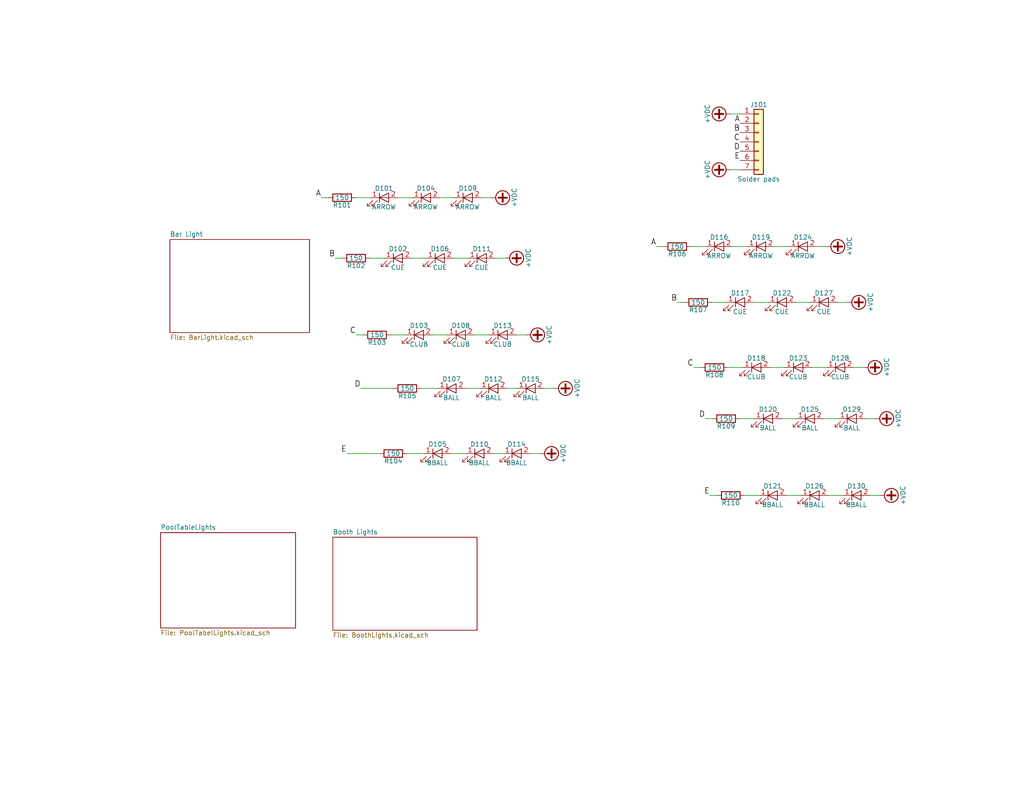
<source format=kicad_sch>
(kicad_sch (version 20211123) (generator eeschema)
  (paper "USLetter")
  (title_block (title "Eight Ball Club Lighting") (rev "Rev A.") (company "The Country Robot") (comment 1 "Sign"))
  (lib_symbols
    (symbol "8BallLEDPCB-rescue:+VDC" (power) (pin_names (offset 0))
      (property "Value" "+VDC" (at 0 6.35 0))
      (symbol "+VDC_0_1"
        (polyline (pts (xy -1.143 3.175) (xy 1.143 3.175)) (stroke (width 0.508)))
        (polyline (pts (xy 0 0) (xy 0 1.27)))
        (polyline (pts (xy 0 2.032) (xy 0 4.318)) (stroke (width 0.508)))
        (circle (center 0 3.175) (radius 1.905) (stroke (width 0.254)))
      )
      (symbol "+VDC_1_1"
        (pin power_in line (at 0 0 90) (length 0) hide (name "+VDC") (number "1"))
      )
    )
    (symbol "8BallLEDPCB-rescue:Conn_01x07" (pin_names (offset 1.016) hide)
      (property "Reference" "J" (at 0 10.16 0))
      (property "Value" "Conn_01x07" (at 0 -10.16 0))
      (symbol "Conn_01x07_1_1"
        (rectangle (start -1.27 -7.493) (end 0 -7.747) (stroke (width 0.1524)))
        (rectangle (start -1.27 -4.953) (end 0 -5.207) (stroke (width 0.1524)))
        (rectangle (start -1.27 -2.413) (end 0 -2.667) (stroke (width 0.1524)))
        (rectangle (start -1.27 0.127) (end 0 -0.127) (stroke (width 0.1524)))
        (rectangle (start -1.27 2.667) (end 0 2.413) (stroke (width 0.1524)))
        (rectangle (start -1.27 5.207) (end 0 4.953) (stroke (width 0.1524)))
        (rectangle (start -1.27 7.747) (end 0 7.493) (stroke (width 0.1524)))
        (rectangle (start -1.27 8.89) (end 1.27 -8.89) (stroke (width 0.254)) (fill (type background)))
        (pin passive line (at -5.08 7.62 0) (length 3.81) (name "Pin_1") (number "1"))
        (pin passive line (at -5.08 5.08 0) (length 3.81) (name "Pin_2") (number "2"))
        (pin passive line (at -5.08 2.54 0) (length 3.81) (name "Pin_3") (number "3"))
        (pin passive line (at -5.08 0 0) (length 3.81) (name "Pin_4") (number "4"))
        (pin passive line (at -5.08 -2.54 0) (length 3.81) (name "Pin_5") (number "5"))
        (pin passive line (at -5.08 -5.08 0) (length 3.81) (name "Pin_6") (number "6"))
        (pin passive line (at -5.08 -7.62 0) (length 3.81) (name "Pin_7") (number "7"))
      )
    )
    (symbol "8BallLEDPCB-rescue:LED" (pin_names (offset 1.016) hide)
      (property "Reference" "D" (at 0 2.54 0))
      (property "Value" "LED" (at 0 -2.54 0))
      (symbol "LED_0_1"
        (polyline (pts (xy -1.27 -1.27) (xy -1.27 1.27)) (stroke (width 0.2032)))
        (polyline (pts (xy -1.27 0) (xy 1.27 0)))
        (polyline (pts (xy 1.27 -1.27) (xy 1.27 1.27) (xy -1.27 0) (xy 1.27 -1.27)) (stroke (width 0.2032)))
        (polyline (pts (xy -3.048 -0.762) (xy -4.572 -2.286) (xy -3.81 -2.286) (xy -4.572 -2.286) (xy -4.572 -1.524)))
        (polyline (pts (xy -1.778 -0.762) (xy -3.302 -2.286) (xy -2.54 -2.286) (xy -3.302 -2.286) (xy -3.302 -1.524)))
      )
      (symbol "LED_1_1"
        (pin passive line (at -3.81 0 0) (length 2.54) (name "K") (number "1"))
        (pin passive line (at 3.81 0 180) (length 2.54) (name "A") (number "2"))
      )
    )
    (symbol "8BallLEDPCB-rescue:R" (pin_numbers hide) (pin_names (offset 0))
      (property "Reference" "R" (at 2.032 0 90))
      (property "Value" "R" (at 0 0 90))
      (symbol "R_0_1"
        (rectangle (start -1.016 -2.54) (end 1.016 2.54) (stroke (width 0.254)))
      )
      (symbol "R_1_1"
        (pin passive line (at 0 3.81 270) (length 1.27) (name "~") (number "1"))
        (pin passive line (at 0 -3.81 90) (length 1.27) (name "~") (number "2"))
      )
    )
  )
  (wire (pts (xy 97.155 53.975) (xy 100.965 53.975)))
  (wire (pts (xy 148.59 106.045) (xy 151.13 106.045)))
  (wire (pts (xy 123.825 70.485) (xy 127.635 70.485)))
  (wire (pts (xy 199.39 31.115) (xy 201.93 31.115)))
  (wire (pts (xy 198.755 100.33) (xy 202.565 100.33)))
  (wire (pts (xy 194.31 82.55) (xy 198.12 82.55)))
  (wire (pts (xy 211.455 67.31) (xy 215.265 67.31)))
  (wire (pts (xy 228.6 82.55) (xy 231.14 82.55)))
  (wire (pts (xy 120.015 53.975) (xy 123.825 53.975)))
  (wire (pts (xy 131.445 53.975) (xy 133.985 53.975)))
  (wire (pts (xy 237.49 135.255) (xy 240.03 135.255)))
  (wire (pts (xy 192.405 114.3) (xy 194.31 114.3)))
  (wire (pts (xy 114.935 106.045) (xy 119.38 106.045)))
  (wire (pts (xy 236.22 114.3) (xy 238.76 114.3)))
  (wire (pts (xy 87.63 53.975) (xy 89.535 53.975)))
  (wire (pts (xy 179.07 67.31) (xy 180.975 67.31)))
  (wire (pts (xy 224.79 114.3) (xy 228.6 114.3)))
  (wire (pts (xy 106.68 91.44) (xy 110.49 91.44)))
  (wire (pts (xy 97.155 91.44) (xy 99.06 91.44)))
  (wire (pts (xy 123.19 123.825) (xy 127 123.825)))
  (wire (pts (xy 203.2 135.255) (xy 207.01 135.255)))
  (wire (pts (xy 98.425 106.045) (xy 107.315 106.045)))
  (wire (pts (xy 189.23 100.33) (xy 191.135 100.33)))
  (wire (pts (xy 100.965 70.485) (xy 104.775 70.485)))
  (wire (pts (xy 140.97 91.44) (xy 143.51 91.44)))
  (wire (pts (xy 214.63 135.255) (xy 218.44 135.255)))
  (wire (pts (xy 205.74 82.55) (xy 209.55 82.55)))
  (wire (pts (xy 135.255 70.485) (xy 137.795 70.485)))
  (wire (pts (xy 129.54 91.44) (xy 133.35 91.44)))
  (wire (pts (xy 108.585 53.975) (xy 112.395 53.975)))
  (wire (pts (xy 188.595 67.31) (xy 192.405 67.31)))
  (wire (pts (xy 91.44 70.485) (xy 93.345 70.485)))
  (wire (pts (xy 226.06 135.255) (xy 229.87 135.255)))
  (wire (pts (xy 111.125 123.825) (xy 115.57 123.825)))
  (wire (pts (xy 222.885 67.31) (xy 225.425 67.31)))
  (wire (pts (xy 200.025 67.31) (xy 203.835 67.31)))
  (wire (pts (xy 134.62 123.825) (xy 137.16 123.825)))
  (wire (pts (xy 127 106.045) (xy 130.81 106.045)))
  (wire (pts (xy 94.615 123.825) (xy 103.505 123.825)))
  (wire (pts (xy 144.78 123.825) (xy 147.32 123.825)))
  (wire (pts (xy 201.93 114.3) (xy 205.74 114.3)))
  (wire (pts (xy 221.615 100.33) (xy 225.425 100.33)))
  (wire (pts (xy 118.11 91.44) (xy 121.92 91.44)))
  (wire (pts (xy 233.045 100.33) (xy 235.585 100.33)))
  (wire (pts (xy 210.185 100.33) (xy 213.995 100.33)))
  (wire (pts (xy 217.17 82.55) (xy 220.98 82.55)))
  (wire (pts (xy 112.395 70.485) (xy 116.205 70.485)))
  (wire (pts (xy 213.36 114.3) (xy 217.17 114.3)))
  (wire (pts (xy 138.43 106.045) (xy 140.97 106.045)))
  (wire (pts (xy 201.93 46.355) (xy 199.39 46.355)))
  (wire (pts (xy 184.785 82.55) (xy 186.69 82.55)))
  (wire (pts (xy 193.675 135.255) (xy 195.58 135.255)))
  (label "A" (at 87.63 53.975 180) (effects (font (size 1.524 1.524))))
  (label "D" (at 98.425 106.045 180) (effects (font (size 1.524 1.524))))
  (label "A" (at 201.93 33.655 180) (effects (font (size 1.524 1.524))))
  (label "C" (at 189.23 100.33 180) (effects (font (size 1.524 1.524))))
  (label "A" (at 179.07 67.31 180) (effects (font (size 1.524 1.524))))
  (label "E" (at 193.675 135.255 180) (effects (font (size 1.524 1.524))))
  (label "D" (at 201.93 41.275 180) (effects (font (size 1.524 1.524))))
  (label "E" (at 201.93 43.815 180) (effects (font (size 1.524 1.524))))
  (label "D" (at 192.405 114.3 180) (effects (font (size 1.524 1.524))))
  (label "E" (at 94.615 123.825 180) (effects (font (size 1.524 1.524))))
  (label "B" (at 184.785 82.55 180) (effects (font (size 1.524 1.524))))
  (label "C" (at 201.93 38.735 180) (effects (font (size 1.524 1.524))))
  (label "B" (at 91.44 70.485 180) (effects (font (size 1.524 1.524))))
  (label "C" (at 97.155 91.44 180) (effects (font (size 1.524 1.524))))
  (label "B" (at 201.93 36.195 180) (effects (font (size 1.524 1.524))))
  (symbol (lib_id "8BallLEDPCB-rescue:Conn_01x07") (at 207.01 38.735 0) (unit 1)
    (property "Reference" "J101" (at 207.01 28.575 0))
    (property "Value" "Solder pads" (at 207.01 48.895 0))
    (property "Footprint" "SolderPads:PowerPlus5X2" (effects hide))
  )
  (symbol (lib_id "8BallLEDPCB-rescue:+VDC") (at 199.39 31.115 90) (unit 1)
    (property "Reference" "#PWR0106" (effects hide))
    (property "Value" "+VDC" (at 193.04 31.115 0))
  )
  (symbol (lib_id "8BallLEDPCB-rescue:R") (at 111.125 106.045 270) (unit 1)
    (property "Reference" "R105" (at 111.125 108.077 90))
    (property "Value" "150" (at 111.125 106.045 90))
    (property "Footprint" "Resistor_SMD:R_0603_1608Metric" (effects hide))
    (property "Mouser Part Number" "603-RT0603FRE13150RL" (effects hide))
  )
  (symbol (lib_id "8BallLEDPCB-rescue:LED") (at 123.19 106.045 0) (unit 1)
    (property "Reference" "D107" (at 123.19 103.505 0))
    (property "Value" "BALL" (at 123.19 108.585 0))
    (property "Footprint" "LED_SMD:LED_1206_3216Metric" (effects hide))
    (property "Mouser Part Number" "743-S126AT5UW" (effects hide))
  )
  (symbol (lib_id "8BallLEDPCB-rescue:LED") (at 134.62 106.045 0) (unit 1)
    (property "Reference" "D112" (at 134.62 103.505 0))
    (property "Value" "BALL" (at 134.62 108.585 0))
    (property "Footprint" "LED_SMD:LED_1206_3216Metric" (effects hide))
    (property "Mouser Part Number" "743-S126AT5UW" (effects hide))
  )
  (symbol (lib_id "8BallLEDPCB-rescue:LED") (at 144.78 106.045 0) (unit 1)
    (property "Reference" "D115" (at 144.78 103.505 0))
    (property "Value" "BALL" (at 144.78 108.585 0))
    (property "Footprint" "LED_SMD:LED_1206_3216Metric" (effects hide))
    (property "Mouser Part Number" "743-S126AT5UW" (effects hide))
  )
  (symbol (lib_id "8BallLEDPCB-rescue:+VDC") (at 151.13 106.045 270) (unit 1)
    (property "Reference" "#PWR0105" (effects hide))
    (property "Value" "+VDC" (at 157.48 106.045 0))
  )
  (symbol (lib_id "8BallLEDPCB-rescue:R") (at 198.12 114.3 270) (unit 1)
    (property "Reference" "R109" (at 198.12 116.332 90))
    (property "Value" "150" (at 198.12 114.3 90))
    (property "Footprint" "Resistor_SMD:R_0603_1608Metric" (effects hide))
    (property "Mouser Part Number" "603-RT0603FRE13150RL" (effects hide))
  )
  (symbol (lib_id "8BallLEDPCB-rescue:LED") (at 209.55 114.3 0) (unit 1)
    (property "Reference" "D120" (at 209.55 111.76 0))
    (property "Value" "BALL" (at 209.55 116.84 0))
    (property "Footprint" "LED_SMD:LED_1206_3216Metric" (effects hide))
    (property "Mouser Part Number" "743-S126AT5UW" (effects hide))
  )
  (symbol (lib_id "8BallLEDPCB-rescue:LED") (at 220.98 114.3 0) (unit 1)
    (property "Reference" "D125" (at 220.98 111.76 0))
    (property "Value" "BALL" (at 220.98 116.84 0))
    (property "Footprint" "LED_SMD:LED_1206_3216Metric" (effects hide))
    (property "Mouser Part Number" "743-S126AT5UW" (effects hide))
  )
  (symbol (lib_id "8BallLEDPCB-rescue:LED") (at 232.41 114.3 0) (unit 1)
    (property "Reference" "D129" (at 232.41 111.76 0))
    (property "Value" "BALL" (at 232.41 116.84 0))
    (property "Footprint" "LED_SMD:LED_1206_3216Metric" (effects hide))
    (property "Mouser Part Number" "743-S126AT5UW" (effects hide))
  )
  (symbol (lib_id "8BallLEDPCB-rescue:+VDC") (at 238.76 114.3 270) (unit 1)
    (property "Reference" "#PWR0111" (effects hide))
    (property "Value" "+VDC" (at 245.11 114.3 0))
  )
  (symbol (lib_id "8BallLEDPCB-rescue:R") (at 199.39 135.255 270) (unit 1)
    (property "Reference" "R110" (at 199.39 137.287 90))
    (property "Value" "150" (at 199.39 135.255 90))
    (property "Footprint" "Resistor_SMD:R_0603_1608Metric" (effects hide))
    (property "Mouser Part Number" "603-RT0603FRE13150RL" (effects hide))
  )
  (symbol (lib_id "8BallLEDPCB-rescue:LED") (at 210.82 135.255 0) (unit 1)
    (property "Reference" "D121" (at 210.82 132.715 0))
    (property "Value" "8BALL" (at 210.82 137.795 0))
    (property "Footprint" "LED_SMD:LED_1206_3216Metric" (effects hide))
    (property "Mouser Part Number" "743-S126AT5UW" (effects hide))
  )
  (symbol (lib_id "8BallLEDPCB-rescue:LED") (at 222.25 135.255 0) (unit 1)
    (property "Reference" "D126" (at 222.25 132.715 0))
    (property "Value" "8BALL" (at 222.25 137.795 0))
    (property "Footprint" "LED_SMD:LED_1206_3216Metric" (effects hide))
    (property "Mouser Part Number" "743-S126AT5UW" (effects hide))
  )
  (symbol (lib_id "8BallLEDPCB-rescue:LED") (at 233.68 135.255 0) (unit 1)
    (property "Reference" "D130" (at 233.68 132.715 0))
    (property "Value" "8BALL" (at 233.68 137.795 0))
    (property "Footprint" "LED_SMD:LED_1206_3216Metric" (effects hide))
    (property "Mouser Part Number" "743-S126AT5UW" (effects hide))
  )
  (symbol (lib_id "8BallLEDPCB-rescue:+VDC") (at 240.03 135.255 270) (unit 1)
    (property "Reference" "#PWR0112" (effects hide))
    (property "Value" "+VDC" (at 246.38 135.255 0))
  )
  (symbol (lib_id "8BallLEDPCB-rescue:R") (at 107.315 123.825 270) (unit 1)
    (property "Reference" "R104" (at 107.315 125.857 90))
    (property "Value" "150" (at 107.315 123.825 90))
    (property "Footprint" "Resistor_SMD:R_0603_1608Metric" (effects hide))
    (property "Mouser Part Number" "603-RT0603FRE13150RL" (effects hide))
  )
  (symbol (lib_id "8BallLEDPCB-rescue:LED") (at 119.38 123.825 0) (unit 1)
    (property "Reference" "D105" (at 119.38 121.285 0))
    (property "Value" "8BALL" (at 119.38 126.365 0))
    (property "Footprint" "LED_SMD:LED_1206_3216Metric" (effects hide))
    (property "Mouser Part Number" "743-S126AT5UW" (effects hide))
  )
  (symbol (lib_id "8BallLEDPCB-rescue:LED") (at 130.81 123.825 0) (unit 1)
    (property "Reference" "D110" (at 130.81 121.285 0))
    (property "Value" "8BALL" (at 130.81 126.365 0))
    (property "Footprint" "LED_SMD:LED_1206_3216Metric" (effects hide))
    (property "Mouser Part Number" "743-S126AT5UW" (effects hide))
  )
  (symbol (lib_id "8BallLEDPCB-rescue:LED") (at 140.97 123.825 0) (unit 1)
    (property "Reference" "D114" (at 140.97 121.285 0))
    (property "Value" "8BALL" (at 140.97 126.365 0))
    (property "Footprint" "LED_SMD:LED_1206_3216Metric" (effects hide))
    (property "Mouser Part Number" "743-S126AT5UW" (effects hide))
  )
  (symbol (lib_id "8BallLEDPCB-rescue:+VDC") (at 147.32 123.825 270) (unit 1)
    (property "Reference" "#PWR0104" (effects hide))
    (property "Value" "+VDC" (at 153.67 123.825 0))
  )
  (symbol (lib_id "8BallLEDPCB-rescue:R") (at 194.945 100.33 270) (unit 1)
    (property "Reference" "R108" (at 194.945 102.362 90))
    (property "Value" "150" (at 194.945 100.33 90))
    (property "Footprint" "Resistor_SMD:R_0603_1608Metric" (effects hide))
    (property "Mouser Part Number" "603-RT0603FRE13150RL" (effects hide))
  )
  (symbol (lib_id "8BallLEDPCB-rescue:LED") (at 206.375 100.33 0) (unit 1)
    (property "Reference" "D118" (at 206.375 97.79 0))
    (property "Value" "CLUB" (at 206.375 102.87 0))
    (property "Footprint" "LED_SMD:LED_1206_3216Metric" (effects hide))
    (property "Mouser Part Number" "743-S126AT5UW" (effects hide))
  )
  (symbol (lib_id "8BallLEDPCB-rescue:LED") (at 217.805 100.33 0) (unit 1)
    (property "Reference" "D123" (at 217.805 97.79 0))
    (property "Value" "CLUB" (at 217.805 102.87 0))
    (property "Footprint" "LED_SMD:LED_1206_3216Metric" (effects hide))
    (property "Mouser Part Number" "743-S126AT5UW" (effects hide))
  )
  (symbol (lib_id "8BallLEDPCB-rescue:LED") (at 229.235 100.33 0) (unit 1)
    (property "Reference" "D128" (at 229.235 97.79 0))
    (property "Value" "CLUB" (at 229.235 102.87 0))
    (property "Footprint" "LED_SMD:LED_1206_3216Metric" (effects hide))
    (property "Mouser Part Number" "743-S126AT5UW" (effects hide))
  )
  (symbol (lib_id "8BallLEDPCB-rescue:+VDC") (at 235.585 100.33 270) (unit 1)
    (property "Reference" "#PWR0110" (effects hide))
    (property "Value" "+VDC" (at 241.935 100.33 0))
  )
  (symbol (lib_id "8BallLEDPCB-rescue:R") (at 102.87 91.44 270) (unit 1)
    (property "Reference" "R103" (at 102.87 93.472 90))
    (property "Value" "150" (at 102.87 91.44 90))
    (property "Footprint" "Resistor_SMD:R_0603_1608Metric" (effects hide))
    (property "Mouser Part Number" "603-RT0603FRE13150RL" (effects hide))
  )
  (symbol (lib_id "8BallLEDPCB-rescue:LED") (at 114.3 91.44 0) (unit 1)
    (property "Reference" "D103" (at 114.3 88.9 0))
    (property "Value" "CLUB" (at 114.3 93.98 0))
    (property "Footprint" "LED_SMD:LED_1206_3216Metric" (effects hide))
    (property "Mouser Part Number" "743-S126AT5UW" (effects hide))
  )
  (symbol (lib_id "8BallLEDPCB-rescue:LED") (at 125.73 91.44 0) (unit 1)
    (property "Reference" "D108" (at 125.73 88.9 0))
    (property "Value" "CLUB" (at 125.73 93.98 0))
    (property "Footprint" "LED_SMD:LED_1206_3216Metric" (effects hide))
    (property "Mouser Part Number" "743-S126AT5UW" (effects hide))
  )
  (symbol (lib_id "8BallLEDPCB-rescue:LED") (at 137.16 91.44 0) (unit 1)
    (property "Reference" "D113" (at 137.16 88.9 0))
    (property "Value" "CLUB" (at 137.16 93.98 0))
    (property "Footprint" "LED_SMD:LED_1206_3216Metric" (effects hide))
    (property "Mouser Part Number" "743-S126AT5UW" (effects hide))
  )
  (symbol (lib_id "8BallLEDPCB-rescue:+VDC") (at 143.51 91.44 270) (unit 1)
    (property "Reference" "#PWR0103" (effects hide))
    (property "Value" "+VDC" (at 149.86 91.44 0))
  )
  (symbol (lib_id "8BallLEDPCB-rescue:R") (at 97.155 70.485 270) (unit 1)
    (property "Reference" "R102" (at 97.155 72.517 90))
    (property "Value" "150" (at 97.155 70.485 90))
    (property "Footprint" "Resistor_SMD:R_0603_1608Metric" (effects hide))
    (property "Mouser Part Number" "603-RT0603FRE13150RL" (effects hide))
  )
  (symbol (lib_id "8BallLEDPCB-rescue:LED") (at 108.585 70.485 0) (unit 1)
    (property "Reference" "D102" (at 108.585 67.945 0))
    (property "Value" "CUE" (at 108.585 73.025 0))
    (property "Footprint" "LED_SMD:LED_1206_3216Metric" (effects hide))
    (property "Mouser Part Number" "743-S126AT5UW" (effects hide))
  )
  (symbol (lib_id "8BallLEDPCB-rescue:LED") (at 120.015 70.485 0) (unit 1)
    (property "Reference" "D106" (at 120.015 67.945 0))
    (property "Value" "CUE" (at 120.015 73.025 0))
    (property "Footprint" "LED_SMD:LED_1206_3216Metric" (effects hide))
    (property "Mouser Part Number" "743-S126AT5UW" (effects hide))
  )
  (symbol (lib_id "8BallLEDPCB-rescue:LED") (at 131.445 70.485 0) (unit 1)
    (property "Reference" "D111" (at 131.445 67.945 0))
    (property "Value" "CUE" (at 131.445 73.025 0))
    (property "Footprint" "LED_SMD:LED_1206_3216Metric" (effects hide))
    (property "Mouser Part Number" "743-S126AT5UW" (effects hide))
  )
  (symbol (lib_id "8BallLEDPCB-rescue:+VDC") (at 137.795 70.485 270) (unit 1)
    (property "Reference" "#PWR0102" (effects hide))
    (property "Value" "+VDC" (at 144.145 70.485 0))
  )
  (symbol (lib_id "8BallLEDPCB-rescue:R") (at 93.345 53.975 270) (unit 1)
    (property "Reference" "R101" (at 93.345 56.007 90))
    (property "Value" "150" (at 93.345 53.975 90))
    (property "Footprint" "Resistor_SMD:R_0603_1608Metric" (effects hide))
    (property "Mouser Part Number" "603-RT0603FRE13150RL" (effects hide))
  )
  (symbol (lib_id "8BallLEDPCB-rescue:LED") (at 104.775 53.975 0) (unit 1)
    (property "Reference" "D101" (at 104.775 51.435 0))
    (property "Value" "ARROW" (at 104.775 56.515 0))
    (property "Footprint" "LED_SMD:LED_1206_3216Metric" (effects hide))
    (property "Mouser Part Number" "743-S126AT5UW" (effects hide))
  )
  (symbol (lib_id "8BallLEDPCB-rescue:LED") (at 116.205 53.975 0) (unit 1)
    (property "Reference" "D104" (at 116.205 51.435 0))
    (property "Value" "ARROW" (at 116.205 56.515 0))
    (property "Footprint" "LED_SMD:LED_1206_3216Metric" (effects hide))
    (property "Mouser Part Number" "743-S126AT5UW" (effects hide))
  )
  (symbol (lib_id "8BallLEDPCB-rescue:LED") (at 127.635 53.975 0) (unit 1)
    (property "Reference" "D109" (at 127.635 51.435 0))
    (property "Value" "ARROW" (at 127.635 56.515 0))
    (property "Footprint" "LED_SMD:LED_1206_3216Metric" (effects hide))
    (property "Mouser Part Number" "743-S126AT5UW" (effects hide))
  )
  (symbol (lib_id "8BallLEDPCB-rescue:+VDC") (at 133.985 53.975 270) (unit 1)
    (property "Reference" "#PWR0101" (effects hide))
    (property "Value" "+VDC" (at 140.335 53.975 0))
  )
  (symbol (lib_id "8BallLEDPCB-rescue:R") (at 190.5 82.55 270) (unit 1)
    (property "Reference" "R107" (at 190.5 84.582 90))
    (property "Value" "150" (at 190.5 82.55 90))
    (property "Footprint" "Resistor_SMD:R_0603_1608Metric" (effects hide))
    (property "Mouser Part Number" "603-RT0603FRE13150RL" (effects hide))
  )
  (symbol (lib_id "8BallLEDPCB-rescue:LED") (at 201.93 82.55 0) (unit 1)
    (property "Reference" "D117" (at 201.93 80.01 0))
    (property "Value" "CUE" (at 201.93 85.09 0))
    (property "Footprint" "LED_SMD:LED_1206_3216Metric" (effects hide))
    (property "Mouser Part Number" "743-S126AT5UW" (effects hide))
  )
  (symbol (lib_id "8BallLEDPCB-rescue:LED") (at 213.36 82.55 0) (unit 1)
    (property "Reference" "D122" (at 213.36 80.01 0))
    (property "Value" "CUE" (at 213.36 85.09 0))
    (property "Footprint" "LED_SMD:LED_1206_3216Metric" (effects hide))
    (property "Mouser Part Number" "743-S126AT5UW" (effects hide))
  )
  (symbol (lib_id "8BallLEDPCB-rescue:LED") (at 224.79 82.55 0) (unit 1)
    (property "Reference" "D127" (at 224.79 80.01 0))
    (property "Value" "CUE" (at 224.79 85.09 0))
    (property "Footprint" "LED_SMD:LED_1206_3216Metric" (effects hide))
    (property "Mouser Part Number" "743-S126AT5UW" (effects hide))
  )
  (symbol (lib_id "8BallLEDPCB-rescue:+VDC") (at 231.14 82.55 270) (unit 1)
    (property "Reference" "#PWR0109" (effects hide))
    (property "Value" "+VDC" (at 237.49 82.55 0))
  )
  (symbol (lib_id "8BallLEDPCB-rescue:R") (at 184.785 67.31 270) (unit 1)
    (property "Reference" "R106" (at 184.785 69.342 90))
    (property "Value" "150" (at 184.785 67.31 90))
    (property "Footprint" "Resistor_SMD:R_0603_1608Metric" (effects hide))
    (property "Mouser Part Number" "603-RT0603FRE13150RL" (effects hide))
  )
  (symbol (lib_id "8BallLEDPCB-rescue:LED") (at 196.215 67.31 0) (unit 1)
    (property "Reference" "D116" (at 196.215 64.77 0))
    (property "Value" "ARROW" (at 196.215 69.85 0))
    (property "Footprint" "LED_SMD:LED_1206_3216Metric" (effects hide))
    (property "Mouser Part Number" "743-S126AT5UW" (effects hide))
  )
  (symbol (lib_id "8BallLEDPCB-rescue:LED") (at 207.645 67.31 0) (unit 1)
    (property "Reference" "D119" (at 207.645 64.77 0))
    (property "Value" "ARROW" (at 207.645 69.85 0))
    (property "Footprint" "LED_SMD:LED_1206_3216Metric" (effects hide))
    (property "Mouser Part Number" "743-S126AT5UW" (effects hide))
  )
  (symbol (lib_id "8BallLEDPCB-rescue:LED") (at 219.075 67.31 0) (unit 1)
    (property "Reference" "D124" (at 219.075 64.77 0))
    (property "Value" "ARROW" (at 219.075 69.85 0))
    (property "Footprint" "LED_SMD:LED_1206_3216Metric" (effects hide))
    (property "Mouser Part Number" "743-S126AT5UW" (effects hide))
  )
  (symbol (lib_id "8BallLEDPCB-rescue:+VDC") (at 225.425 67.31 270) (unit 1)
    (property "Reference" "#PWR0108" (effects hide))
    (property "Value" "+VDC" (at 231.775 67.31 0))
  )
  (symbol (lib_id "8BallLEDPCB-rescue:+VDC") (at 199.39 46.355 90) (unit 1)
    (property "Reference" "#PWR0107" (effects hide))
    (property "Value" "+VDC" (at 193.04 46.355 0))
  )
  (sheet (at 46.355 65.405) (size 38.1 25.4) (stroke (width 0.1524))
    (property "Sheet name" "Bar Light" (at 46.355 64.6934 0) (effects (justify left bottom)))
    (property "Sheet file" "BarLight.kicad_sch" (at 46.355 91.3896 0) (effects (justify left top)))
  )
  (sheet (at 90.805 146.685) (size 39.37 25.4) (stroke (width 0.1524))
    (property "Sheet name" "Booth Lights" (at 90.805 145.9734 0) (effects (justify left bottom)))
    (property "Sheet file" "BoothLights.kicad_sch" (at 90.805 172.6696 0) (effects (justify left top)))
  )
  (sheet (at 43.815 145.415) (size 36.83 26.035) (stroke (width 0.1524))
    (property "Sheet name" "PoolTableLights" (at 43.815 144.7034 0) (effects (justify left bottom)))
    (property "Sheet file" "PoolTabelLights.kicad_sch" (at 43.815 172.0346 0) (effects (justify left top)))
  )
)
</source>
